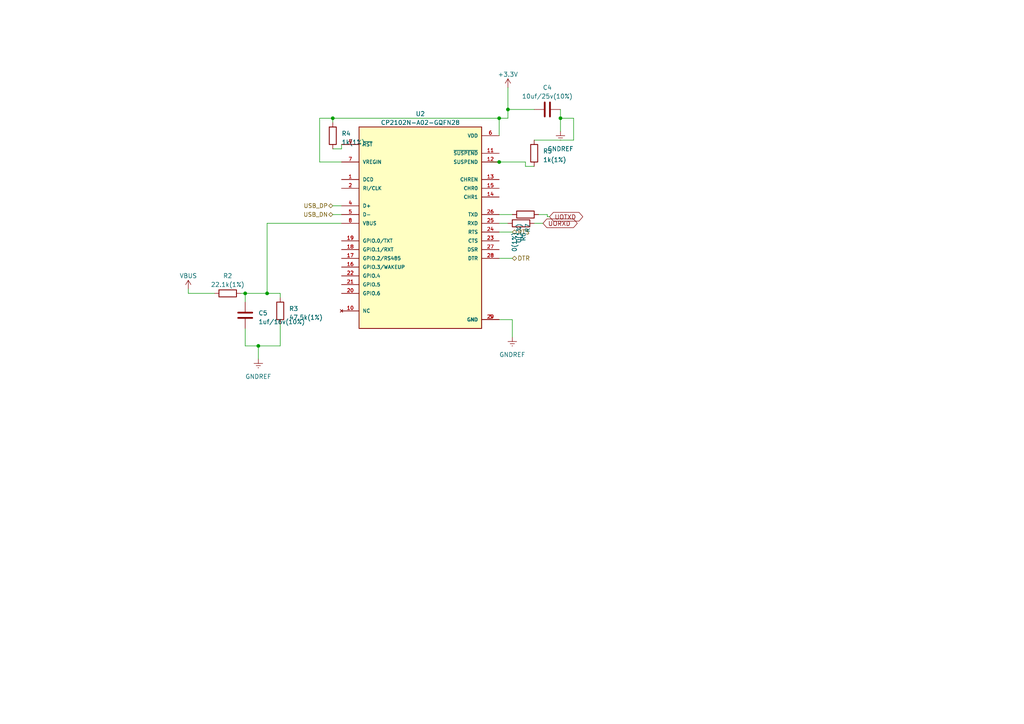
<source format=kicad_sch>
(kicad_sch (version 20230121) (generator eeschema)

  (uuid 9a4bfa9d-b1c3-4bc7-bab2-da2aefa87dea)

  (paper "A4")

  (lib_symbols
    (symbol "CP2102N-A02-GQFN28:CP2102N-A02-GQFN28" (pin_names (offset 1.016)) (in_bom yes) (on_board yes)
      (property "Reference" "U" (at -17.78 33.02 0)
        (effects (font (size 1.27 1.27)) (justify left bottom))
      )
      (property "Value" "CP2102N-A02-GQFN28" (at -17.78 -33.02 0)
        (effects (font (size 1.27 1.27)) (justify left bottom))
      )
      (property "Footprint" "QFN50P500X500X80-29N" (at 0 0 0)
        (effects (font (size 1.27 1.27)) (justify bottom) hide)
      )
      (property "Datasheet" "" (at 0 0 0)
        (effects (font (size 1.27 1.27)) hide)
      )
      (property "PARTREV" "1.5" (at 0 0 0)
        (effects (font (size 1.27 1.27)) (justify bottom) hide)
      )
      (property "MANUFACTURER" "Silicon Labs" (at 0 0 0)
        (effects (font (size 1.27 1.27)) (justify bottom) hide)
      )
      (property "MAXIMUM_PACKAGE_HEIGHT" "0.8 mm" (at 0 0 0)
        (effects (font (size 1.27 1.27)) (justify bottom) hide)
      )
      (property "STANDARD" "IPC 7351B" (at 0 0 0)
        (effects (font (size 1.27 1.27)) (justify bottom) hide)
      )
      (symbol "CP2102N-A02-GQFN28_0_0"
        (rectangle (start -17.78 -27.94) (end 17.78 30.48)
          (stroke (width 0.254) (type default))
          (fill (type background))
        )
        (pin input line (at -22.86 15.24 0) (length 5.08)
          (name "DCD" (effects (font (size 1.016 1.016))))
          (number "1" (effects (font (size 1.016 1.016))))
        )
        (pin no_connect line (at -22.86 -22.86 0) (length 5.08)
          (name "NC" (effects (font (size 1.016 1.016))))
          (number "10" (effects (font (size 1.016 1.016))))
        )
        (pin output line (at 22.86 22.86 180) (length 5.08)
          (name "~{SUSPEND}" (effects (font (size 1.016 1.016))))
          (number "11" (effects (font (size 1.016 1.016))))
        )
        (pin output line (at 22.86 20.32 180) (length 5.08)
          (name "SUSPEND" (effects (font (size 1.016 1.016))))
          (number "12" (effects (font (size 1.016 1.016))))
        )
        (pin output line (at 22.86 15.24 180) (length 5.08)
          (name "CHREN" (effects (font (size 1.016 1.016))))
          (number "13" (effects (font (size 1.016 1.016))))
        )
        (pin output line (at 22.86 10.16 180) (length 5.08)
          (name "CHR1" (effects (font (size 1.016 1.016))))
          (number "14" (effects (font (size 1.016 1.016))))
        )
        (pin output line (at 22.86 12.7 180) (length 5.08)
          (name "CHR0" (effects (font (size 1.016 1.016))))
          (number "15" (effects (font (size 1.016 1.016))))
        )
        (pin bidirectional line (at -22.86 -10.16 0) (length 5.08)
          (name "GPIO.3/WAKEUP" (effects (font (size 1.016 1.016))))
          (number "16" (effects (font (size 1.016 1.016))))
        )
        (pin bidirectional line (at -22.86 -7.62 0) (length 5.08)
          (name "GPIO.2/RS485" (effects (font (size 1.016 1.016))))
          (number "17" (effects (font (size 1.016 1.016))))
        )
        (pin bidirectional line (at -22.86 -5.08 0) (length 5.08)
          (name "GPIO.1/RXT" (effects (font (size 1.016 1.016))))
          (number "18" (effects (font (size 1.016 1.016))))
        )
        (pin bidirectional line (at -22.86 -2.54 0) (length 5.08)
          (name "GPIO.0/TXT" (effects (font (size 1.016 1.016))))
          (number "19" (effects (font (size 1.016 1.016))))
        )
        (pin bidirectional line (at -22.86 12.7 0) (length 5.08)
          (name "RI/CLK" (effects (font (size 1.016 1.016))))
          (number "2" (effects (font (size 1.016 1.016))))
        )
        (pin bidirectional line (at -22.86 -17.78 0) (length 5.08)
          (name "GPIO.6" (effects (font (size 1.016 1.016))))
          (number "20" (effects (font (size 1.016 1.016))))
        )
        (pin bidirectional line (at -22.86 -15.24 0) (length 5.08)
          (name "GPIO.5" (effects (font (size 1.016 1.016))))
          (number "21" (effects (font (size 1.016 1.016))))
        )
        (pin bidirectional line (at -22.86 -12.7 0) (length 5.08)
          (name "GPIO.4" (effects (font (size 1.016 1.016))))
          (number "22" (effects (font (size 1.016 1.016))))
        )
        (pin input line (at 22.86 -2.54 180) (length 5.08)
          (name "CTS" (effects (font (size 1.016 1.016))))
          (number "23" (effects (font (size 1.016 1.016))))
        )
        (pin output line (at 22.86 0 180) (length 5.08)
          (name "RTS" (effects (font (size 1.016 1.016))))
          (number "24" (effects (font (size 1.016 1.016))))
        )
        (pin input line (at 22.86 2.54 180) (length 5.08)
          (name "RXD" (effects (font (size 1.016 1.016))))
          (number "25" (effects (font (size 1.016 1.016))))
        )
        (pin output line (at 22.86 5.08 180) (length 5.08)
          (name "TXD" (effects (font (size 1.016 1.016))))
          (number "26" (effects (font (size 1.016 1.016))))
        )
        (pin input line (at 22.86 -5.08 180) (length 5.08)
          (name "DSR" (effects (font (size 1.016 1.016))))
          (number "27" (effects (font (size 1.016 1.016))))
        )
        (pin output line (at 22.86 -7.62 180) (length 5.08)
          (name "DTR" (effects (font (size 1.016 1.016))))
          (number "28" (effects (font (size 1.016 1.016))))
        )
        (pin power_in line (at 22.86 -25.4 180) (length 5.08)
          (name "GND" (effects (font (size 1.016 1.016))))
          (number "29" (effects (font (size 1.016 1.016))))
        )
        (pin power_in line (at 22.86 -25.4 180) (length 5.08)
          (name "GND" (effects (font (size 1.016 1.016))))
          (number "3" (effects (font (size 1.016 1.016))))
        )
        (pin bidirectional line (at -22.86 7.62 0) (length 5.08)
          (name "D+" (effects (font (size 1.016 1.016))))
          (number "4" (effects (font (size 1.016 1.016))))
        )
        (pin bidirectional line (at -22.86 5.08 0) (length 5.08)
          (name "D-" (effects (font (size 1.016 1.016))))
          (number "5" (effects (font (size 1.016 1.016))))
        )
        (pin power_in line (at 22.86 27.94 180) (length 5.08)
          (name "VDD" (effects (font (size 1.016 1.016))))
          (number "6" (effects (font (size 1.016 1.016))))
        )
        (pin input line (at -22.86 20.32 0) (length 5.08)
          (name "VREGIN" (effects (font (size 1.016 1.016))))
          (number "7" (effects (font (size 1.016 1.016))))
        )
        (pin input line (at -22.86 2.54 0) (length 5.08)
          (name "VBUS" (effects (font (size 1.016 1.016))))
          (number "8" (effects (font (size 1.016 1.016))))
        )
        (pin input line (at -22.86 25.4 0) (length 5.08)
          (name "~{RST}" (effects (font (size 1.016 1.016))))
          (number "9" (effects (font (size 1.016 1.016))))
        )
      )
    )
    (symbol "Device:C" (pin_numbers hide) (pin_names (offset 0.254)) (in_bom yes) (on_board yes)
      (property "Reference" "C" (at 0.635 2.54 0)
        (effects (font (size 1.27 1.27)) (justify left))
      )
      (property "Value" "C" (at 0.635 -2.54 0)
        (effects (font (size 1.27 1.27)) (justify left))
      )
      (property "Footprint" "" (at 0.9652 -3.81 0)
        (effects (font (size 1.27 1.27)) hide)
      )
      (property "Datasheet" "~" (at 0 0 0)
        (effects (font (size 1.27 1.27)) hide)
      )
      (property "ki_keywords" "cap capacitor" (at 0 0 0)
        (effects (font (size 1.27 1.27)) hide)
      )
      (property "ki_description" "Unpolarized capacitor" (at 0 0 0)
        (effects (font (size 1.27 1.27)) hide)
      )
      (property "ki_fp_filters" "C_*" (at 0 0 0)
        (effects (font (size 1.27 1.27)) hide)
      )
      (symbol "C_0_1"
        (polyline
          (pts
            (xy -2.032 -0.762)
            (xy 2.032 -0.762)
          )
          (stroke (width 0.508) (type default))
          (fill (type none))
        )
        (polyline
          (pts
            (xy -2.032 0.762)
            (xy 2.032 0.762)
          )
          (stroke (width 0.508) (type default))
          (fill (type none))
        )
      )
      (symbol "C_1_1"
        (pin passive line (at 0 3.81 270) (length 2.794)
          (name "~" (effects (font (size 1.27 1.27))))
          (number "1" (effects (font (size 1.27 1.27))))
        )
        (pin passive line (at 0 -3.81 90) (length 2.794)
          (name "~" (effects (font (size 1.27 1.27))))
          (number "2" (effects (font (size 1.27 1.27))))
        )
      )
    )
    (symbol "Device:R" (pin_numbers hide) (pin_names (offset 0)) (in_bom yes) (on_board yes)
      (property "Reference" "R" (at 2.032 0 90)
        (effects (font (size 1.27 1.27)))
      )
      (property "Value" "R" (at 0 0 90)
        (effects (font (size 1.27 1.27)))
      )
      (property "Footprint" "" (at -1.778 0 90)
        (effects (font (size 1.27 1.27)) hide)
      )
      (property "Datasheet" "~" (at 0 0 0)
        (effects (font (size 1.27 1.27)) hide)
      )
      (property "ki_keywords" "R res resistor" (at 0 0 0)
        (effects (font (size 1.27 1.27)) hide)
      )
      (property "ki_description" "Resistor" (at 0 0 0)
        (effects (font (size 1.27 1.27)) hide)
      )
      (property "ki_fp_filters" "R_*" (at 0 0 0)
        (effects (font (size 1.27 1.27)) hide)
      )
      (symbol "R_0_1"
        (rectangle (start -1.016 -2.54) (end 1.016 2.54)
          (stroke (width 0.254) (type default))
          (fill (type none))
        )
      )
      (symbol "R_1_1"
        (pin passive line (at 0 3.81 270) (length 1.27)
          (name "~" (effects (font (size 1.27 1.27))))
          (number "1" (effects (font (size 1.27 1.27))))
        )
        (pin passive line (at 0 -3.81 90) (length 1.27)
          (name "~" (effects (font (size 1.27 1.27))))
          (number "2" (effects (font (size 1.27 1.27))))
        )
      )
    )
    (symbol "power:+3.3V" (power) (pin_names (offset 0)) (in_bom yes) (on_board yes)
      (property "Reference" "#PWR" (at 0 -3.81 0)
        (effects (font (size 1.27 1.27)) hide)
      )
      (property "Value" "+3.3V" (at 0 3.556 0)
        (effects (font (size 1.27 1.27)))
      )
      (property "Footprint" "" (at 0 0 0)
        (effects (font (size 1.27 1.27)) hide)
      )
      (property "Datasheet" "" (at 0 0 0)
        (effects (font (size 1.27 1.27)) hide)
      )
      (property "ki_keywords" "global power" (at 0 0 0)
        (effects (font (size 1.27 1.27)) hide)
      )
      (property "ki_description" "Power symbol creates a global label with name \"+3.3V\"" (at 0 0 0)
        (effects (font (size 1.27 1.27)) hide)
      )
      (symbol "+3.3V_0_1"
        (polyline
          (pts
            (xy -0.762 1.27)
            (xy 0 2.54)
          )
          (stroke (width 0) (type default))
          (fill (type none))
        )
        (polyline
          (pts
            (xy 0 0)
            (xy 0 2.54)
          )
          (stroke (width 0) (type default))
          (fill (type none))
        )
        (polyline
          (pts
            (xy 0 2.54)
            (xy 0.762 1.27)
          )
          (stroke (width 0) (type default))
          (fill (type none))
        )
      )
      (symbol "+3.3V_1_1"
        (pin power_in line (at 0 0 90) (length 0) hide
          (name "+3.3V" (effects (font (size 1.27 1.27))))
          (number "1" (effects (font (size 1.27 1.27))))
        )
      )
    )
    (symbol "power:GNDREF" (power) (pin_names (offset 0)) (in_bom yes) (on_board yes)
      (property "Reference" "#PWR" (at 0 -6.35 0)
        (effects (font (size 1.27 1.27)) hide)
      )
      (property "Value" "GNDREF" (at 0 -3.81 0)
        (effects (font (size 1.27 1.27)))
      )
      (property "Footprint" "" (at 0 0 0)
        (effects (font (size 1.27 1.27)) hide)
      )
      (property "Datasheet" "" (at 0 0 0)
        (effects (font (size 1.27 1.27)) hide)
      )
      (property "ki_keywords" "global power" (at 0 0 0)
        (effects (font (size 1.27 1.27)) hide)
      )
      (property "ki_description" "Power symbol creates a global label with name \"GNDREF\" , reference supply ground" (at 0 0 0)
        (effects (font (size 1.27 1.27)) hide)
      )
      (symbol "GNDREF_0_1"
        (polyline
          (pts
            (xy -0.635 -1.905)
            (xy 0.635 -1.905)
          )
          (stroke (width 0) (type default))
          (fill (type none))
        )
        (polyline
          (pts
            (xy -0.127 -2.54)
            (xy 0.127 -2.54)
          )
          (stroke (width 0) (type default))
          (fill (type none))
        )
        (polyline
          (pts
            (xy 0 -1.27)
            (xy 0 0)
          )
          (stroke (width 0) (type default))
          (fill (type none))
        )
        (polyline
          (pts
            (xy 1.27 -1.27)
            (xy -1.27 -1.27)
          )
          (stroke (width 0) (type default))
          (fill (type none))
        )
      )
      (symbol "GNDREF_1_1"
        (pin power_in line (at 0 0 270) (length 0) hide
          (name "GNDREF" (effects (font (size 1.27 1.27))))
          (number "1" (effects (font (size 1.27 1.27))))
        )
      )
    )
    (symbol "power:VBUS" (power) (pin_names (offset 0)) (in_bom yes) (on_board yes)
      (property "Reference" "#PWR" (at 0 -3.81 0)
        (effects (font (size 1.27 1.27)) hide)
      )
      (property "Value" "VBUS" (at 0 3.81 0)
        (effects (font (size 1.27 1.27)))
      )
      (property "Footprint" "" (at 0 0 0)
        (effects (font (size 1.27 1.27)) hide)
      )
      (property "Datasheet" "" (at 0 0 0)
        (effects (font (size 1.27 1.27)) hide)
      )
      (property "ki_keywords" "global power" (at 0 0 0)
        (effects (font (size 1.27 1.27)) hide)
      )
      (property "ki_description" "Power symbol creates a global label with name \"VBUS\"" (at 0 0 0)
        (effects (font (size 1.27 1.27)) hide)
      )
      (symbol "VBUS_0_1"
        (polyline
          (pts
            (xy -0.762 1.27)
            (xy 0 2.54)
          )
          (stroke (width 0) (type default))
          (fill (type none))
        )
        (polyline
          (pts
            (xy 0 0)
            (xy 0 2.54)
          )
          (stroke (width 0) (type default))
          (fill (type none))
        )
        (polyline
          (pts
            (xy 0 2.54)
            (xy 0.762 1.27)
          )
          (stroke (width 0) (type default))
          (fill (type none))
        )
      )
      (symbol "VBUS_1_1"
        (pin power_in line (at 0 0 90) (length 0) hide
          (name "VBUS" (effects (font (size 1.27 1.27))))
          (number "1" (effects (font (size 1.27 1.27))))
        )
      )
    )
  )

  (junction (at 147.32 31.75) (diameter 0) (color 0 0 0 0)
    (uuid 01d8fff1-7b11-4053-b708-90db9b5ecf60)
  )
  (junction (at 77.47 85.09) (diameter 0) (color 0 0 0 0)
    (uuid 1ffad999-6f89-45ba-8f20-6407f67f9c1f)
  )
  (junction (at 144.78 34.29) (diameter 0) (color 0 0 0 0)
    (uuid 26efee30-90f4-46da-b878-a8d8ca540c63)
  )
  (junction (at 74.93 100.33) (diameter 0) (color 0 0 0 0)
    (uuid 7dcb5565-ec80-4f59-bd7e-4cfb9b9518cb)
  )
  (junction (at 144.78 46.99) (diameter 0) (color 0 0 0 0)
    (uuid d645bd87-bf8b-416c-91b4-26d08f21998c)
  )
  (junction (at 71.12 85.09) (diameter 0) (color 0 0 0 0)
    (uuid dbc4b402-4fd4-414f-b99c-f742e3635e83)
  )
  (junction (at 96.52 34.29) (diameter 0) (color 0 0 0 0)
    (uuid ee93a1c7-dd7b-4cbd-a1ec-c0bc56b0182a)
  )
  (junction (at 162.56 34.29) (diameter 0) (color 0 0 0 0)
    (uuid fb15db30-de8d-45dd-bb07-9017d870d272)
  )

  (wire (pts (xy 144.78 67.31) (xy 148.59 67.31))
    (stroke (width 0) (type default))
    (uuid 02a31f64-7e59-4e12-8438-655a9814fc8e)
  )
  (wire (pts (xy 71.12 85.09) (xy 71.12 87.63))
    (stroke (width 0) (type default))
    (uuid 056cc3de-8304-4cff-9eb0-c2742978a8d7)
  )
  (wire (pts (xy 144.78 64.77) (xy 147.32 64.77))
    (stroke (width 0) (type default))
    (uuid 06463b1e-c59b-4d9a-a3e8-48aea364c134)
  )
  (wire (pts (xy 162.56 34.29) (xy 162.56 38.1))
    (stroke (width 0) (type default))
    (uuid 0f31140d-3d45-4fd8-a95b-d4f5d2233393)
  )
  (wire (pts (xy 71.12 85.09) (xy 77.47 85.09))
    (stroke (width 0) (type default))
    (uuid 246ec68d-f165-411b-9882-e85a7ec0de7e)
  )
  (wire (pts (xy 166.37 40.64) (xy 166.37 34.29))
    (stroke (width 0) (type default))
    (uuid 2675e017-2733-4402-aa42-cd8a95974d0e)
  )
  (wire (pts (xy 157.48 64.77) (xy 154.94 64.77))
    (stroke (width 0) (type default))
    (uuid 2a6d5e81-8f40-4afd-bc84-7a52a1063757)
  )
  (wire (pts (xy 81.28 86.36) (xy 81.28 85.09))
    (stroke (width 0) (type default))
    (uuid 2ab1c24d-b103-4709-a207-30285d2861d3)
  )
  (wire (pts (xy 96.52 34.29) (xy 144.78 34.29))
    (stroke (width 0) (type default))
    (uuid 30720737-5c3e-46a4-b9a2-181d09eaaaa4)
  )
  (wire (pts (xy 96.52 62.23) (xy 99.06 62.23))
    (stroke (width 0) (type default))
    (uuid 3179285a-4c7b-45cf-bc45-96742274fcb9)
  )
  (wire (pts (xy 54.61 85.09) (xy 54.61 83.82))
    (stroke (width 0) (type default))
    (uuid 34e40802-ac5e-4d5b-9ce1-d5d754407651)
  )
  (wire (pts (xy 62.23 85.09) (xy 54.61 85.09))
    (stroke (width 0) (type default))
    (uuid 3ac8df56-243e-49a7-82b7-208776bb1ace)
  )
  (wire (pts (xy 81.28 93.98) (xy 81.28 100.33))
    (stroke (width 0) (type default))
    (uuid 41ae8943-5d08-4c9f-86ca-22820480bc34)
  )
  (wire (pts (xy 144.78 92.71) (xy 148.59 92.71))
    (stroke (width 0) (type default))
    (uuid 54024155-aa22-4c45-9c14-0e151c7a998e)
  )
  (wire (pts (xy 154.94 40.64) (xy 166.37 40.64))
    (stroke (width 0) (type default))
    (uuid 5bc8f755-80c7-4aa7-9f01-8991728e069c)
  )
  (wire (pts (xy 158.75 62.23) (xy 156.21 62.23))
    (stroke (width 0) (type default))
    (uuid 5c8edd6e-1fe5-48c9-864a-2f4ea11b1099)
  )
  (wire (pts (xy 148.59 92.71) (xy 148.59 97.79))
    (stroke (width 0) (type default))
    (uuid 63c9e104-0767-4e78-b0cc-c345df0d0c18)
  )
  (wire (pts (xy 99.06 64.77) (xy 77.47 64.77))
    (stroke (width 0) (type default))
    (uuid 69dfed9b-e72f-49d2-98cf-3c03df11c056)
  )
  (wire (pts (xy 142.24 46.99) (xy 144.78 46.99))
    (stroke (width 0) (type default))
    (uuid 74051251-b010-473e-b859-65f48defe1c9)
  )
  (wire (pts (xy 147.32 31.75) (xy 154.94 31.75))
    (stroke (width 0) (type default))
    (uuid 75398c2e-fee3-443e-b49d-1b02ff4ff928)
  )
  (wire (pts (xy 71.12 100.33) (xy 74.93 100.33))
    (stroke (width 0) (type default))
    (uuid 7899838e-6044-4dfc-adcc-7138b0f64fd5)
  )
  (wire (pts (xy 99.06 46.99) (xy 92.71 46.99))
    (stroke (width 0) (type default))
    (uuid 7b82b2b3-1407-477f-8a4b-875a1c7c3748)
  )
  (wire (pts (xy 96.52 59.69) (xy 99.06 59.69))
    (stroke (width 0) (type default))
    (uuid 82625899-adca-42f2-9109-34f1718202d7)
  )
  (wire (pts (xy 92.71 46.99) (xy 92.71 34.29))
    (stroke (width 0) (type default))
    (uuid 88ccb09f-f3c2-4547-98d0-b85dff73d3cb)
  )
  (wire (pts (xy 77.47 85.09) (xy 81.28 85.09))
    (stroke (width 0) (type default))
    (uuid 8f924423-7e82-49b5-aece-12596c50acdc)
  )
  (wire (pts (xy 74.93 100.33) (xy 74.93 104.14))
    (stroke (width 0) (type default))
    (uuid 9818467f-932e-41e8-a783-3510a0fd964a)
  )
  (wire (pts (xy 99.06 43.18) (xy 96.52 43.18))
    (stroke (width 0) (type default))
    (uuid a36c0784-f553-4ecd-8724-18d3d9ec62f9)
  )
  (wire (pts (xy 71.12 85.09) (xy 69.85 85.09))
    (stroke (width 0) (type default))
    (uuid aa8f1e0b-3bf1-40a4-b594-5382c9f2dbca)
  )
  (wire (pts (xy 144.78 46.99) (xy 152.4 46.99))
    (stroke (width 0) (type default))
    (uuid aafc7045-74b1-4cef-bb1f-ff2f120d5087)
  )
  (wire (pts (xy 96.52 34.29) (xy 96.52 35.56))
    (stroke (width 0) (type default))
    (uuid ad20c770-0e51-4ed8-92fd-f69e9bb846b8)
  )
  (wire (pts (xy 92.71 34.29) (xy 96.52 34.29))
    (stroke (width 0) (type default))
    (uuid b0ce2236-c4a3-4c47-be7b-0ab4b698db86)
  )
  (wire (pts (xy 152.4 48.26) (xy 154.94 48.26))
    (stroke (width 0) (type default))
    (uuid b70d4bec-d7e0-4a94-af4d-b307812740a6)
  )
  (wire (pts (xy 147.32 34.29) (xy 144.78 34.29))
    (stroke (width 0) (type default))
    (uuid ba23ff20-747c-4179-8e74-172eb69a901e)
  )
  (wire (pts (xy 147.32 31.75) (xy 147.32 34.29))
    (stroke (width 0) (type default))
    (uuid c16c0746-9087-4e21-8696-a2fdc4ed7954)
  )
  (wire (pts (xy 74.93 100.33) (xy 81.28 100.33))
    (stroke (width 0) (type default))
    (uuid c88cd847-7e93-4756-83a9-158450628977)
  )
  (wire (pts (xy 144.78 62.23) (xy 148.59 62.23))
    (stroke (width 0) (type default))
    (uuid c95ca436-7e1a-4385-8fcd-0a8c73f25ea4)
  )
  (wire (pts (xy 77.47 64.77) (xy 77.47 85.09))
    (stroke (width 0) (type default))
    (uuid ceca4837-854d-445b-be67-751d5d9a4f30)
  )
  (wire (pts (xy 99.06 41.91) (xy 99.06 43.18))
    (stroke (width 0) (type default))
    (uuid d1505b24-24a6-4e8e-be66-b452511cd29d)
  )
  (wire (pts (xy 166.37 34.29) (xy 162.56 34.29))
    (stroke (width 0) (type default))
    (uuid d3b44b43-985c-472d-ad0b-13cae80eeeb3)
  )
  (wire (pts (xy 71.12 95.25) (xy 71.12 100.33))
    (stroke (width 0) (type default))
    (uuid ddca451a-af2c-4da3-8a16-009a8911160a)
  )
  (wire (pts (xy 158.75 62.865) (xy 159.385 62.865))
    (stroke (width 0) (type default))
    (uuid e0860fb0-a6b0-40b9-bb53-ce06c6e1a545)
  )
  (wire (pts (xy 144.78 74.93) (xy 148.59 74.93))
    (stroke (width 0) (type default))
    (uuid e9df77e9-555f-4556-ac96-aaddccd59009)
  )
  (wire (pts (xy 158.75 62.23) (xy 158.75 62.865))
    (stroke (width 0) (type default))
    (uuid ead7aad3-87e5-4670-a7a5-55b959eb13e1)
  )
  (wire (pts (xy 144.78 34.29) (xy 144.78 39.37))
    (stroke (width 0) (type default))
    (uuid ec007b99-8d09-41ce-8f5b-67b20166b9ef)
  )
  (wire (pts (xy 152.4 46.99) (xy 152.4 48.26))
    (stroke (width 0) (type default))
    (uuid f14f5537-4c46-488d-bb6a-03359582ba86)
  )
  (wire (pts (xy 162.56 31.75) (xy 162.56 34.29))
    (stroke (width 0) (type default))
    (uuid f425730b-e398-4ff8-a766-89d5779f59cd)
  )
  (wire (pts (xy 147.32 25.4) (xy 147.32 31.75))
    (stroke (width 0) (type default))
    (uuid feef5b66-34f6-4f40-819c-ced3e408356a)
  )

  (global_label "UOTXD" (shape bidirectional) (at 159.385 62.865 0) (fields_autoplaced)
    (effects (font (size 1.27 1.27)) (justify left))
    (uuid 93ca95ed-b062-488e-9f13-6b324ed07d87)
    (property "Intersheetrefs" "${INTERSHEET_REFS}" (at 169.5102 62.865 0)
      (effects (font (size 1.27 1.27)) (justify left) hide)
    )
  )
  (global_label "UORXD" (shape bidirectional) (at 157.48 64.77 0) (fields_autoplaced)
    (effects (font (size 1.27 1.27)) (justify left))
    (uuid db427ddd-09bc-490b-8960-ebb0f8d56480)
    (property "Intersheetrefs" "${INTERSHEET_REFS}" (at 167.9076 64.77 0)
      (effects (font (size 1.27 1.27)) (justify left) hide)
    )
  )

  (hierarchical_label "RTS" (shape bidirectional) (at 148.59 67.31 0) (fields_autoplaced)
    (effects (font (size 1.27 1.27)) (justify left))
    (uuid 1524161c-430b-488e-a67a-180387625e92)
  )
  (hierarchical_label "USB_DP" (shape bidirectional) (at 96.52 59.69 180) (fields_autoplaced)
    (effects (font (size 1.2 1.2)) (justify right))
    (uuid 4ae0dad5-5598-4b9a-96cc-f361e13d1a59)
  )
  (hierarchical_label "DTR" (shape bidirectional) (at 148.59 74.93 0) (fields_autoplaced)
    (effects (font (size 1.27 1.27)) (justify left))
    (uuid afdb82be-94cf-4622-8bca-ff161a46c1db)
  )
  (hierarchical_label "USB_DN" (shape bidirectional) (at 96.52 62.23 180) (fields_autoplaced)
    (effects (font (size 1.2 1.2)) (justify right))
    (uuid e411afae-4d3f-43ba-96ef-fa96c769ef60)
  )

  (symbol (lib_id "power:VBUS") (at 54.61 83.82 0) (unit 1)
    (in_bom yes) (on_board yes) (dnp no) (fields_autoplaced)
    (uuid 12803171-aed7-4057-93e6-42cdc77921b3)
    (property "Reference" "#PWR012" (at 54.61 87.63 0)
      (effects (font (size 1.27 1.27)) hide)
    )
    (property "Value" "VBUS" (at 54.61 80.01 0)
      (effects (font (size 1.27 1.27)))
    )
    (property "Footprint" "" (at 54.61 83.82 0)
      (effects (font (size 1.27 1.27)) hide)
    )
    (property "Datasheet" "" (at 54.61 83.82 0)
      (effects (font (size 1.27 1.27)) hide)
    )
    (pin "1" (uuid acc589da-121f-44c1-869f-7b5814c84373))
    (instances
      (project "Test"
        (path "/500173a1-7f35-43bb-9d25-c87545bd4fab/d68b65c7-92c0-4c1a-946c-af7cdf816693"
          (reference "#PWR012") (unit 1)
        )
      )
    )
  )

  (symbol (lib_id "CP2102N-A02-GQFN28:CP2102N-A02-GQFN28") (at 121.92 67.31 0) (unit 1)
    (in_bom yes) (on_board yes) (dnp no) (fields_autoplaced)
    (uuid 1a92036c-f711-405c-b619-0fe66aa272f7)
    (property "Reference" "U2" (at 121.92 33.02 0)
      (effects (font (size 1.27 1.27)))
    )
    (property "Value" "CP2102N-A02-GQFN28" (at 121.92 35.56 0)
      (effects (font (size 1.27 1.27)))
    )
    (property "Footprint" "Libraries:QFN50P500X500X80-29N" (at 121.92 67.31 0)
      (effects (font (size 1.27 1.27)) (justify bottom) hide)
    )
    (property "Datasheet" "" (at 121.92 67.31 0)
      (effects (font (size 1.27 1.27)) hide)
    )
    (property "PARTREV" "1.5" (at 121.92 67.31 0)
      (effects (font (size 1.27 1.27)) (justify bottom) hide)
    )
    (property "MANUFACTURER" "Silicon Labs" (at 121.92 67.31 0)
      (effects (font (size 1.27 1.27)) (justify bottom) hide)
    )
    (property "MAXIMUM_PACKAGE_HEIGHT" "0.8 mm" (at 121.92 67.31 0)
      (effects (font (size 1.27 1.27)) (justify bottom) hide)
    )
    (property "STANDARD" "IPC 7351B" (at 121.92 67.31 0)
      (effects (font (size 1.27 1.27)) (justify bottom) hide)
    )
    (pin "1" (uuid a42b6cd5-6dd0-4260-8878-3c904f3321dd))
    (pin "10" (uuid 74644566-bd43-451e-a738-83c0912ec05b))
    (pin "11" (uuid 491ee2ac-2a3e-42fb-ba2f-63b268d9a48b))
    (pin "12" (uuid cfe399be-2777-42c3-a0c6-fe162a67fc30))
    (pin "13" (uuid 66fe68cd-ea54-474c-bc81-1a2f1c2fc92d))
    (pin "14" (uuid cdb2613c-e2c6-4e08-a43b-d590dbb6b405))
    (pin "15" (uuid 8e48d6b1-f934-440e-b3fb-489bfb43e79b))
    (pin "16" (uuid 74a9ec4d-db35-4944-a5dd-d24ac491c830))
    (pin "17" (uuid d154d69f-4200-47c2-b3cb-9b25942a8919))
    (pin "18" (uuid e6fd1b39-3f6b-446b-a26c-c63812b66ae7))
    (pin "19" (uuid f7e5d14d-aec1-4ac8-ba9d-490ba36d7125))
    (pin "2" (uuid 773f1504-5f70-4131-954d-09021115d4e4))
    (pin "20" (uuid da5d59fe-a1d2-49ef-8758-af6c6b804cb7))
    (pin "21" (uuid 2e7f758e-0f7d-42be-aec3-653543653b3d))
    (pin "22" (uuid 56252e39-d851-4f99-bba6-995279a52ac6))
    (pin "23" (uuid f842388c-316a-4dd6-bd65-a4bd83e9c608))
    (pin "24" (uuid 68bd48b5-5713-4c16-b010-7e1128774647))
    (pin "25" (uuid cb6938c6-2e6a-43ba-887c-26253d3d035a))
    (pin "26" (uuid 45298875-1eab-411a-b90a-3703322a1942))
    (pin "27" (uuid cf27d133-4c1c-4d33-b456-7f1287dfb972))
    (pin "28" (uuid 84515d97-4279-499a-b056-fe765fcc358a))
    (pin "29" (uuid 269af302-19c6-4e69-abed-ccbe98d5bc6d))
    (pin "3" (uuid 948f8981-6aac-4c05-bcd0-4fd9f66b4fd4))
    (pin "4" (uuid 387dc674-cb57-4eb3-a5eb-1d844dd56e9b))
    (pin "5" (uuid b4e487f2-e441-4ec0-ab2c-03e72b124c29))
    (pin "6" (uuid 1524f642-2f77-470e-82a5-95964afa3fea))
    (pin "7" (uuid 45ca3265-e5d4-4dd2-849e-78137985f6b9))
    (pin "8" (uuid 35b7fcbc-c99c-461e-822d-642930472f1c))
    (pin "9" (uuid 3059eb07-c8f4-445b-a1d5-70188fb8b4fd))
    (instances
      (project "Test"
        (path "/500173a1-7f35-43bb-9d25-c87545bd4fab/d68b65c7-92c0-4c1a-946c-af7cdf816693"
          (reference "U2") (unit 1)
        )
      )
    )
  )

  (symbol (lib_id "power:GNDREF") (at 148.59 97.79 0) (unit 1)
    (in_bom yes) (on_board yes) (dnp no) (fields_autoplaced)
    (uuid 1c69e117-05ce-45bc-a2f9-b94f4875bdc8)
    (property "Reference" "#PWR03" (at 148.59 104.14 0)
      (effects (font (size 1.27 1.27)) hide)
    )
    (property "Value" "GNDREF" (at 148.59 102.87 0)
      (effects (font (size 1.27 1.27)))
    )
    (property "Footprint" "" (at 148.59 97.79 0)
      (effects (font (size 1.27 1.27)) hide)
    )
    (property "Datasheet" "" (at 148.59 97.79 0)
      (effects (font (size 1.27 1.27)) hide)
    )
    (pin "1" (uuid 5f5b8f1c-2afe-4cd3-9333-45b7c1684dba))
    (instances
      (project "Test"
        (path "/500173a1-7f35-43bb-9d25-c87545bd4fab/90c2206b-2d67-4445-a823-fc241fb019b9"
          (reference "#PWR03") (unit 1)
        )
        (path "/500173a1-7f35-43bb-9d25-c87545bd4fab/d68b65c7-92c0-4c1a-946c-af7cdf816693"
          (reference "#PWR07") (unit 1)
        )
      )
    )
  )

  (symbol (lib_id "Device:R") (at 96.52 39.37 0) (unit 1)
    (in_bom yes) (on_board yes) (dnp no) (fields_autoplaced)
    (uuid 1cc077ce-aafb-4726-97f3-5376e4d23a26)
    (property "Reference" "R4" (at 99.06 38.735 0)
      (effects (font (size 1.27 1.27)) (justify left))
    )
    (property "Value" "1k(1%)" (at 99.06 41.275 0)
      (effects (font (size 1.27 1.27)) (justify left))
    )
    (property "Footprint" "Resistor_SMD:R_0402_1005Metric_Pad0.72x0.64mm_HandSolder" (at 94.742 39.37 90)
      (effects (font (size 1.27 1.27)) hide)
    )
    (property "Datasheet" "~" (at 96.52 39.37 0)
      (effects (font (size 1.27 1.27)) hide)
    )
    (pin "1" (uuid d90aa185-6516-41f3-bf20-4dd1a9147b32))
    (pin "2" (uuid c134611c-c1e4-4d7f-bcb4-998750fe2f9b))
    (instances
      (project "Test"
        (path "/500173a1-7f35-43bb-9d25-c87545bd4fab/d68b65c7-92c0-4c1a-946c-af7cdf816693"
          (reference "R4") (unit 1)
        )
      )
    )
  )

  (symbol (lib_id "Device:R") (at 66.04 85.09 270) (unit 1)
    (in_bom yes) (on_board yes) (dnp no) (fields_autoplaced)
    (uuid 2cc6edad-e324-42dd-bc67-b108da2805d3)
    (property "Reference" "R2" (at 66.04 80.01 90)
      (effects (font (size 1.27 1.27)))
    )
    (property "Value" "22.1k(1%)" (at 66.04 82.55 90)
      (effects (font (size 1.27 1.27)))
    )
    (property "Footprint" "Resistor_SMD:R_0402_1005Metric_Pad0.72x0.64mm_HandSolder" (at 66.04 83.312 90)
      (effects (font (size 1.27 1.27)) hide)
    )
    (property "Datasheet" "~" (at 66.04 85.09 0)
      (effects (font (size 1.27 1.27)) hide)
    )
    (pin "1" (uuid 3821a270-a348-44ac-813e-b9a6d53dc16b))
    (pin "2" (uuid 7e86dd05-8b10-45fc-8ff6-518ccfeb76ab))
    (instances
      (project "Test"
        (path "/500173a1-7f35-43bb-9d25-c87545bd4fab/d68b65c7-92c0-4c1a-946c-af7cdf816693"
          (reference "R2") (unit 1)
        )
      )
    )
  )

  (symbol (lib_id "Device:C") (at 71.12 91.44 0) (unit 1)
    (in_bom yes) (on_board yes) (dnp no) (fields_autoplaced)
    (uuid 3023729e-e727-4650-98eb-fc9133b645f9)
    (property "Reference" "C5" (at 74.93 90.805 0)
      (effects (font (size 1.27 1.27)) (justify left))
    )
    (property "Value" "1uf/16v(10%)" (at 74.93 93.345 0)
      (effects (font (size 1.27 1.27)) (justify left))
    )
    (property "Footprint" "Capacitor_SMD:C_0603_1608Metric" (at 72.0852 95.25 0)
      (effects (font (size 1.27 1.27)) hide)
    )
    (property "Datasheet" "~" (at 71.12 91.44 0)
      (effects (font (size 1.27 1.27)) hide)
    )
    (pin "1" (uuid bdf748a6-05aa-4b1e-95a4-14432cdde9cf))
    (pin "2" (uuid 29216645-f07b-4510-b240-58e596084dde))
    (instances
      (project "Test"
        (path "/500173a1-7f35-43bb-9d25-c87545bd4fab/d68b65c7-92c0-4c1a-946c-af7cdf816693"
          (reference "C5") (unit 1)
        )
      )
    )
  )

  (symbol (lib_id "power:GNDREF") (at 74.93 104.14 0) (unit 1)
    (in_bom yes) (on_board yes) (dnp no) (fields_autoplaced)
    (uuid 34ab65a3-74ee-4042-bc9b-7767513ba14b)
    (property "Reference" "#PWR03" (at 74.93 110.49 0)
      (effects (font (size 1.27 1.27)) hide)
    )
    (property "Value" "GNDREF" (at 74.93 109.22 0)
      (effects (font (size 1.27 1.27)))
    )
    (property "Footprint" "" (at 74.93 104.14 0)
      (effects (font (size 1.27 1.27)) hide)
    )
    (property "Datasheet" "" (at 74.93 104.14 0)
      (effects (font (size 1.27 1.27)) hide)
    )
    (pin "1" (uuid 81f5f3e3-4493-40f4-bba6-fb07a1f1d263))
    (instances
      (project "Test"
        (path "/500173a1-7f35-43bb-9d25-c87545bd4fab/90c2206b-2d67-4445-a823-fc241fb019b9"
          (reference "#PWR03") (unit 1)
        )
        (path "/500173a1-7f35-43bb-9d25-c87545bd4fab/d68b65c7-92c0-4c1a-946c-af7cdf816693"
          (reference "#PWR013") (unit 1)
        )
      )
    )
  )

  (symbol (lib_id "power:GNDREF") (at 162.56 38.1 0) (unit 1)
    (in_bom yes) (on_board yes) (dnp no) (fields_autoplaced)
    (uuid 36534764-0cb4-4761-a830-88acac3d9d9a)
    (property "Reference" "#PWR03" (at 162.56 44.45 0)
      (effects (font (size 1.27 1.27)) hide)
    )
    (property "Value" "GNDREF" (at 162.56 43.18 0)
      (effects (font (size 1.27 1.27)))
    )
    (property "Footprint" "" (at 162.56 38.1 0)
      (effects (font (size 1.27 1.27)) hide)
    )
    (property "Datasheet" "" (at 162.56 38.1 0)
      (effects (font (size 1.27 1.27)) hide)
    )
    (pin "1" (uuid b147bbf3-b40d-4546-9a70-9f293199f90a))
    (instances
      (project "Test"
        (path "/500173a1-7f35-43bb-9d25-c87545bd4fab/90c2206b-2d67-4445-a823-fc241fb019b9"
          (reference "#PWR03") (unit 1)
        )
        (path "/500173a1-7f35-43bb-9d25-c87545bd4fab/d68b65c7-92c0-4c1a-946c-af7cdf816693"
          (reference "#PWR011") (unit 1)
        )
      )
    )
  )

  (symbol (lib_id "Device:R") (at 154.94 44.45 0) (unit 1)
    (in_bom yes) (on_board yes) (dnp no) (fields_autoplaced)
    (uuid 548707c3-6e0e-4e65-8dda-8462050dcd63)
    (property "Reference" "R5" (at 157.48 43.815 0)
      (effects (font (size 1.27 1.27)) (justify left))
    )
    (property "Value" "1k(1%)" (at 157.48 46.355 0)
      (effects (font (size 1.27 1.27)) (justify left))
    )
    (property "Footprint" "Resistor_SMD:R_0402_1005Metric_Pad0.72x0.64mm_HandSolder" (at 153.162 44.45 90)
      (effects (font (size 1.27 1.27)) hide)
    )
    (property "Datasheet" "~" (at 154.94 44.45 0)
      (effects (font (size 1.27 1.27)) hide)
    )
    (pin "1" (uuid 908b719b-1bed-473a-b05f-918a6745a1f4))
    (pin "2" (uuid 6923a076-f931-465d-8cf3-d215e67998ec))
    (instances
      (project "Test"
        (path "/500173a1-7f35-43bb-9d25-c87545bd4fab/d68b65c7-92c0-4c1a-946c-af7cdf816693"
          (reference "R5") (unit 1)
        )
      )
    )
  )

  (symbol (lib_id "Device:C") (at 158.75 31.75 270) (unit 1)
    (in_bom yes) (on_board yes) (dnp no) (fields_autoplaced)
    (uuid 639981ad-aaa3-4d9a-9d33-af8eca0907e0)
    (property "Reference" "C4" (at 158.75 25.4 90)
      (effects (font (size 1.27 1.27)))
    )
    (property "Value" "10uf/25v(10%)" (at 158.75 27.94 90)
      (effects (font (size 1.27 1.27)))
    )
    (property "Footprint" "Capacitor_SMD:C_0603_1608Metric" (at 154.94 32.7152 0)
      (effects (font (size 1.27 1.27)) hide)
    )
    (property "Datasheet" "~" (at 158.75 31.75 0)
      (effects (font (size 1.27 1.27)) hide)
    )
    (pin "1" (uuid 4179791a-2557-4e17-961b-0b67d37110da))
    (pin "2" (uuid 3fb4594e-26ee-47db-8321-22b62af3f7fa))
    (instances
      (project "Test"
        (path "/500173a1-7f35-43bb-9d25-c87545bd4fab/d68b65c7-92c0-4c1a-946c-af7cdf816693"
          (reference "C4") (unit 1)
        )
      )
    )
  )

  (symbol (lib_id "power:+3.3V") (at 147.32 25.4 0) (unit 1)
    (in_bom yes) (on_board yes) (dnp no) (fields_autoplaced)
    (uuid 97f32b19-2ed5-4285-b30c-3d5a98a167bf)
    (property "Reference" "#PWR010" (at 147.32 29.21 0)
      (effects (font (size 1.27 1.27)) hide)
    )
    (property "Value" "+3.3V" (at 147.32 21.59 0)
      (effects (font (size 1.27 1.27)))
    )
    (property "Footprint" "" (at 147.32 25.4 0)
      (effects (font (size 1.27 1.27)) hide)
    )
    (property "Datasheet" "" (at 147.32 25.4 0)
      (effects (font (size 1.27 1.27)) hide)
    )
    (pin "1" (uuid c967ba81-d5d0-49b3-805f-19dd46f5f807))
    (instances
      (project "Test"
        (path "/500173a1-7f35-43bb-9d25-c87545bd4fab/d68b65c7-92c0-4c1a-946c-af7cdf816693"
          (reference "#PWR010") (unit 1)
        )
      )
    )
  )

  (symbol (lib_id "Device:R") (at 81.28 90.17 0) (unit 1)
    (in_bom yes) (on_board yes) (dnp no) (fields_autoplaced)
    (uuid a0c4e951-c0ac-4446-a4fd-e73d70096a7c)
    (property "Reference" "R3" (at 83.82 89.535 0)
      (effects (font (size 1.27 1.27)) (justify left))
    )
    (property "Value" "47.5k(1%)" (at 83.82 92.075 0)
      (effects (font (size 1.27 1.27)) (justify left))
    )
    (property "Footprint" "Resistor_SMD:R_0402_1005Metric_Pad0.72x0.64mm_HandSolder" (at 79.502 90.17 90)
      (effects (font (size 1.27 1.27)) hide)
    )
    (property "Datasheet" "~" (at 81.28 90.17 0)
      (effects (font (size 1.27 1.27)) hide)
    )
    (pin "1" (uuid d758851c-9526-4cd5-95f3-f4f20c2fd34d))
    (pin "2" (uuid 50f829ff-f0bc-42cb-9041-1539a9bfd74c))
    (instances
      (project "Test"
        (path "/500173a1-7f35-43bb-9d25-c87545bd4fab/d68b65c7-92c0-4c1a-946c-af7cdf816693"
          (reference "R3") (unit 1)
        )
      )
    )
  )

  (symbol (lib_id "Device:R") (at 151.13 64.77 270) (unit 1)
    (in_bom yes) (on_board yes) (dnp no) (fields_autoplaced)
    (uuid c801e1a0-a3f6-4108-915d-54c0cfefcd21)
    (property "Reference" "R6" (at 151.765 67.31 0)
      (effects (font (size 1.27 1.27)) (justify left))
    )
    (property "Value" "0(1%)" (at 149.225 67.31 0)
      (effects (font (size 1.27 1.27)) (justify left))
    )
    (property "Footprint" "Resistor_SMD:R_0402_1005Metric_Pad0.72x0.64mm_HandSolder" (at 151.13 62.992 90)
      (effects (font (size 1.27 1.27)) hide)
    )
    (property "Datasheet" "~" (at 151.13 64.77 0)
      (effects (font (size 1.27 1.27)) hide)
    )
    (pin "1" (uuid d3492fb9-c1a8-43bb-b917-6bde062733c7))
    (pin "2" (uuid 7ed68040-b385-4cbf-a2a4-eda074607ef7))
    (instances
      (project "Test"
        (path "/500173a1-7f35-43bb-9d25-c87545bd4fab/d68b65c7-92c0-4c1a-946c-af7cdf816693"
          (reference "R6") (unit 1)
        )
      )
    )
  )

  (symbol (lib_id "Device:R") (at 152.4 62.23 270) (unit 1)
    (in_bom yes) (on_board yes) (dnp no) (fields_autoplaced)
    (uuid d8210aa9-57af-4361-9bce-1df8cafc1ce7)
    (property "Reference" "R7" (at 153.035 64.77 0)
      (effects (font (size 1.27 1.27)) (justify left))
    )
    (property "Value" "0(1%)" (at 150.495 64.77 0)
      (effects (font (size 1.27 1.27)) (justify left))
    )
    (property "Footprint" "Resistor_SMD:R_0402_1005Metric_Pad0.72x0.64mm_HandSolder" (at 152.4 60.452 90)
      (effects (font (size 1.27 1.27)) hide)
    )
    (property "Datasheet" "~" (at 152.4 62.23 0)
      (effects (font (size 1.27 1.27)) hide)
    )
    (pin "1" (uuid 22f616a1-293f-43a8-af35-316259c7d073))
    (pin "2" (uuid 2f7f789d-18fb-4b09-be8c-fbcd53721e18))
    (instances
      (project "Test"
        (path "/500173a1-7f35-43bb-9d25-c87545bd4fab/d68b65c7-92c0-4c1a-946c-af7cdf816693"
          (reference "R7") (unit 1)
        )
      )
    )
  )
)

</source>
